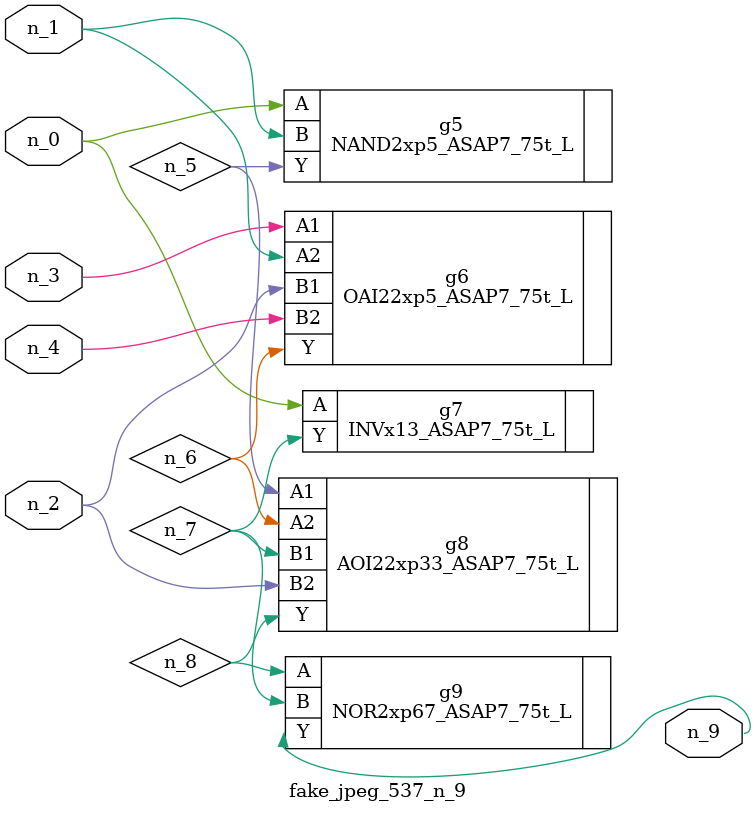
<source format=v>
module fake_jpeg_537_n_9 (n_3, n_2, n_1, n_0, n_4, n_9);

input n_3;
input n_2;
input n_1;
input n_0;
input n_4;

output n_9;

wire n_8;
wire n_6;
wire n_5;
wire n_7;

NAND2xp5_ASAP7_75t_L g5 ( 
.A(n_0),
.B(n_1),
.Y(n_5)
);

OAI22xp5_ASAP7_75t_L g6 ( 
.A1(n_3),
.A2(n_1),
.B1(n_2),
.B2(n_4),
.Y(n_6)
);

INVx13_ASAP7_75t_L g7 ( 
.A(n_0),
.Y(n_7)
);

AOI22xp33_ASAP7_75t_L g8 ( 
.A1(n_5),
.A2(n_6),
.B1(n_7),
.B2(n_2),
.Y(n_8)
);

NOR2xp67_ASAP7_75t_L g9 ( 
.A(n_8),
.B(n_7),
.Y(n_9)
);


endmodule
</source>
